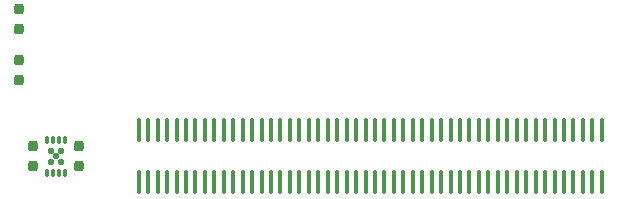
<source format=gtp>
G04 #@! TF.GenerationSoftware,KiCad,Pcbnew,8.0.6*
G04 #@! TF.CreationDate,2024-11-07T02:26:50-08:00*
G04 #@! TF.ProjectId,hvd-50-idc,6876642d-3530-42d6-9964-632e6b696361,1*
G04 #@! TF.SameCoordinates,Original*
G04 #@! TF.FileFunction,Paste,Top*
G04 #@! TF.FilePolarity,Positive*
%FSLAX46Y46*%
G04 Gerber Fmt 4.6, Leading zero omitted, Abs format (unit mm)*
G04 Created by KiCad (PCBNEW 8.0.6) date 2024-11-07 02:26:50*
%MOMM*%
%LPD*%
G01*
G04 APERTURE LIST*
G04 Aperture macros list*
%AMRoundRect*
0 Rectangle with rounded corners*
0 $1 Rounding radius*
0 $2 $3 $4 $5 $6 $7 $8 $9 X,Y pos of 4 corners*
0 Add a 4 corners polygon primitive as box body*
4,1,4,$2,$3,$4,$5,$6,$7,$8,$9,$2,$3,0*
0 Add four circle primitives for the rounded corners*
1,1,$1+$1,$2,$3*
1,1,$1+$1,$4,$5*
1,1,$1+$1,$6,$7*
1,1,$1+$1,$8,$9*
0 Add four rect primitives between the rounded corners*
20,1,$1+$1,$2,$3,$4,$5,0*
20,1,$1+$1,$4,$5,$6,$7,0*
20,1,$1+$1,$6,$7,$8,$9,0*
20,1,$1+$1,$8,$9,$2,$3,0*%
G04 Aperture macros list end*
%ADD10RoundRect,0.100000X0.100000X0.900000X-0.100000X0.900000X-0.100000X-0.900000X0.100000X-0.900000X0*%
%ADD11RoundRect,0.200000X0.200000X-0.250000X0.200000X0.250000X-0.200000X0.250000X-0.200000X-0.250000X0*%
%ADD12RoundRect,0.200000X-0.200000X0.250000X-0.200000X-0.250000X0.200000X-0.250000X0.200000X0.250000X0*%
%ADD13RoundRect,0.125000X0.125000X-0.125000X0.125000X0.125000X-0.125000X0.125000X-0.125000X-0.125000X0*%
%ADD14RoundRect,0.046875X0.103125X-0.253125X0.103125X0.253125X-0.103125X0.253125X-0.103125X-0.253125X0*%
G04 APERTURE END LIST*
D10*
G04 #@! TO.C,J1*
X-57100000Y1800000D03*
X-57100000Y6200000D03*
X-56300000Y1800000D03*
X-56300000Y6200000D03*
X-55500000Y1800000D03*
X-55500000Y6200000D03*
X-54700000Y1800000D03*
X-54700000Y6200000D03*
X-53900000Y1800000D03*
X-53900000Y6200000D03*
X-53100000Y1800000D03*
X-53100000Y6200000D03*
X-52300000Y1800000D03*
X-52300000Y6200000D03*
X-51500000Y1800000D03*
X-51500000Y6200000D03*
X-50700000Y1800000D03*
X-50700000Y6200000D03*
X-49900000Y1800000D03*
X-49900000Y6200000D03*
X-49100000Y1800000D03*
X-49100000Y6200000D03*
X-48300000Y1800000D03*
X-48300000Y6200000D03*
X-47500000Y1800000D03*
X-47500000Y6200000D03*
X-46700000Y1800000D03*
X-46700000Y6200000D03*
X-45900000Y1800000D03*
X-45900000Y6200000D03*
X-45100000Y1800000D03*
X-45100000Y6200000D03*
X-44300000Y1800000D03*
X-44300000Y6200000D03*
X-43500000Y1800000D03*
X-43500000Y6200000D03*
X-42700000Y1800000D03*
X-42700000Y6200000D03*
X-41900000Y1800000D03*
X-41900000Y6200000D03*
X-41100000Y1800000D03*
X-41100000Y6200000D03*
X-40300000Y1800000D03*
X-40300000Y6200000D03*
X-39500000Y1800000D03*
X-39500000Y6200000D03*
X-38700000Y1800000D03*
X-38700000Y6200000D03*
X-37900000Y1800000D03*
X-37900000Y6200000D03*
X-37100000Y1800000D03*
X-37100000Y6200000D03*
X-36300000Y1800000D03*
X-36300000Y6200000D03*
X-35500000Y1800000D03*
X-35500000Y6200000D03*
X-34700000Y1800000D03*
X-34700000Y6200000D03*
X-33900000Y1800000D03*
X-33900000Y6200000D03*
X-33100000Y1800000D03*
X-33100000Y6200000D03*
X-32300000Y1800000D03*
X-32300000Y6200000D03*
X-31500000Y1800000D03*
X-31500000Y6200000D03*
X-30700000Y1800000D03*
X-30700000Y6200000D03*
X-29900000Y1800000D03*
X-29900000Y6200000D03*
X-29100000Y1800000D03*
X-29100000Y6200000D03*
X-28300000Y1800000D03*
X-28300000Y6200000D03*
X-27500000Y1800000D03*
X-27500000Y6200000D03*
X-26700000Y1800000D03*
X-26700000Y6200000D03*
X-25900000Y1800000D03*
X-25900000Y6200000D03*
X-25100000Y1800000D03*
X-25100000Y6200000D03*
X-24300000Y1800000D03*
X-24300000Y6200000D03*
X-23500000Y1800000D03*
X-23500000Y6200000D03*
X-22700000Y1800000D03*
X-22700000Y6200000D03*
X-21900000Y1800000D03*
X-21900000Y6200000D03*
X-21100000Y1800000D03*
X-21100000Y6200000D03*
X-20300000Y1800000D03*
X-20300000Y6200000D03*
X-19500000Y1800000D03*
X-19500000Y6200000D03*
X-18700000Y1800000D03*
X-18700000Y6200000D03*
X-17900000Y1800000D03*
X-17900000Y6200000D03*
G04 #@! TD*
D11*
G04 #@! TO.C,R3*
X-67200000Y10450000D03*
X-67200000Y12150000D03*
G04 #@! TD*
D12*
G04 #@! TO.C,R2*
X-67200000Y16450000D03*
X-67200000Y14750000D03*
G04 #@! TD*
D11*
G04 #@! TO.C,C1*
X-66050000Y3150000D03*
X-66050000Y4850000D03*
G04 #@! TD*
G04 #@! TO.C,R1*
X-62150000Y3150000D03*
X-62150000Y4850000D03*
G04 #@! TD*
D13*
G04 #@! TO.C,U1*
X-64550000Y3550000D03*
X-63650000Y3550000D03*
X-64100000Y4000000D03*
X-64550000Y4450000D03*
X-63650000Y4450000D03*
D14*
X-64850001Y2600000D03*
X-64350000Y2600000D03*
X-63850000Y2600000D03*
X-63349999Y2600000D03*
X-63349999Y5400000D03*
X-63850000Y5400000D03*
X-64350000Y5400000D03*
X-64850001Y5400000D03*
G04 #@! TD*
M02*

</source>
